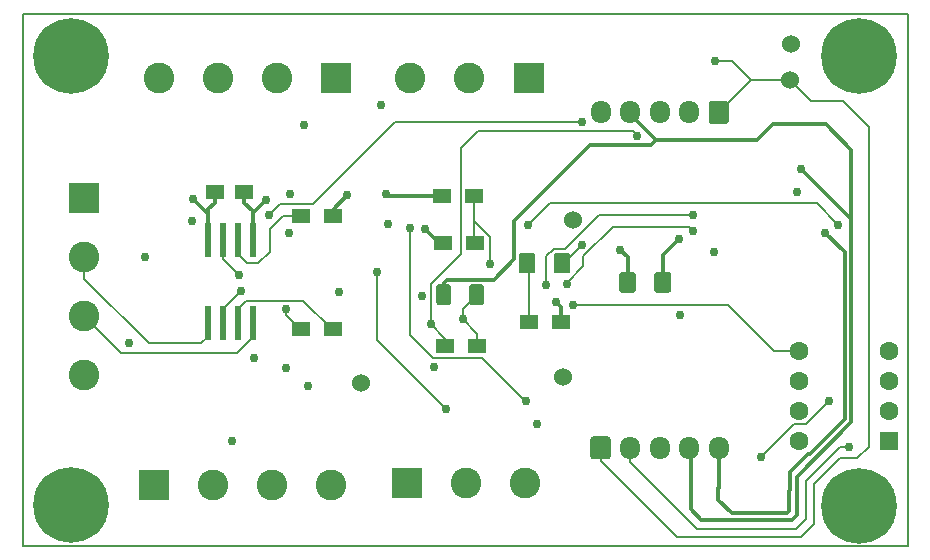
<source format=gtl>
G04 #@! TF.GenerationSoftware,KiCad,Pcbnew,(5.1.4)-1*
G04 #@! TF.CreationDate,2020-10-14T22:08:00-04:00*
G04 #@! TF.ProjectId,i2c_pancake,6932635f-7061-46e6-9361-6b652e6b6963,rev?*
G04 #@! TF.SameCoordinates,Original*
G04 #@! TF.FileFunction,Copper,L1,Top*
G04 #@! TF.FilePolarity,Positive*
%FSLAX46Y46*%
G04 Gerber Fmt 4.6, Leading zero omitted, Abs format (unit mm)*
G04 Created by KiCad (PCBNEW (5.1.4)-1) date 2020-10-14 22:08:00*
%MOMM*%
%LPD*%
G04 APERTURE LIST*
%ADD10C,0.150000*%
%ADD11C,6.400000*%
%ADD12C,2.600000*%
%ADD13R,2.600000X2.600000*%
%ADD14C,1.524000*%
%ADD15C,0.100000*%
%ADD16C,1.250000*%
%ADD17C,1.425000*%
%ADD18R,1.500000X1.250000*%
%ADD19R,1.500000X1.300000*%
%ADD20R,1.600000X1.600000*%
%ADD21C,1.600000*%
%ADD22R,0.600000X3.000000*%
%ADD23O,1.700000X1.950000*%
%ADD24C,1.700000*%
%ADD25C,0.762000*%
%ADD26C,0.304800*%
%ADD27C,0.203200*%
G04 APERTURE END LIST*
D10*
X89662000Y-134239000D02*
X164554000Y-134239000D01*
X89662000Y-89253000D02*
X164554000Y-89253000D01*
X164554000Y-89253000D02*
X164554000Y-134239000D01*
X89662000Y-89253000D02*
X89662000Y-134239000D01*
D11*
X160454000Y-130853000D03*
X160454000Y-92753000D03*
X93754000Y-92753000D03*
X93754000Y-130753000D03*
D12*
X122461000Y-94615000D03*
X127461000Y-94615000D03*
D13*
X132461000Y-94615000D03*
D12*
X132154000Y-128953000D03*
X127154000Y-128953000D03*
D13*
X122154000Y-128953000D03*
D14*
X154609800Y-94821000D03*
X154686000Y-91744800D03*
D15*
G36*
X125669304Y-112105404D02*
G01*
X125693573Y-112109004D01*
X125717371Y-112114965D01*
X125740471Y-112123230D01*
X125762649Y-112133720D01*
X125783693Y-112146333D01*
X125803398Y-112160947D01*
X125821577Y-112177423D01*
X125838053Y-112195602D01*
X125852667Y-112215307D01*
X125865280Y-112236351D01*
X125875770Y-112258529D01*
X125884035Y-112281629D01*
X125889996Y-112305427D01*
X125893596Y-112329696D01*
X125894800Y-112354200D01*
X125894800Y-113604200D01*
X125893596Y-113628704D01*
X125889996Y-113652973D01*
X125884035Y-113676771D01*
X125875770Y-113699871D01*
X125865280Y-113722049D01*
X125852667Y-113743093D01*
X125838053Y-113762798D01*
X125821577Y-113780977D01*
X125803398Y-113797453D01*
X125783693Y-113812067D01*
X125762649Y-113824680D01*
X125740471Y-113835170D01*
X125717371Y-113843435D01*
X125693573Y-113849396D01*
X125669304Y-113852996D01*
X125644800Y-113854200D01*
X124894800Y-113854200D01*
X124870296Y-113852996D01*
X124846027Y-113849396D01*
X124822229Y-113843435D01*
X124799129Y-113835170D01*
X124776951Y-113824680D01*
X124755907Y-113812067D01*
X124736202Y-113797453D01*
X124718023Y-113780977D01*
X124701547Y-113762798D01*
X124686933Y-113743093D01*
X124674320Y-113722049D01*
X124663830Y-113699871D01*
X124655565Y-113676771D01*
X124649604Y-113652973D01*
X124646004Y-113628704D01*
X124644800Y-113604200D01*
X124644800Y-112354200D01*
X124646004Y-112329696D01*
X124649604Y-112305427D01*
X124655565Y-112281629D01*
X124663830Y-112258529D01*
X124674320Y-112236351D01*
X124686933Y-112215307D01*
X124701547Y-112195602D01*
X124718023Y-112177423D01*
X124736202Y-112160947D01*
X124755907Y-112146333D01*
X124776951Y-112133720D01*
X124799129Y-112123230D01*
X124822229Y-112114965D01*
X124846027Y-112109004D01*
X124870296Y-112105404D01*
X124894800Y-112104200D01*
X125644800Y-112104200D01*
X125669304Y-112105404D01*
X125669304Y-112105404D01*
G37*
D16*
X125269800Y-112979200D03*
D15*
G36*
X128469304Y-112105404D02*
G01*
X128493573Y-112109004D01*
X128517371Y-112114965D01*
X128540471Y-112123230D01*
X128562649Y-112133720D01*
X128583693Y-112146333D01*
X128603398Y-112160947D01*
X128621577Y-112177423D01*
X128638053Y-112195602D01*
X128652667Y-112215307D01*
X128665280Y-112236351D01*
X128675770Y-112258529D01*
X128684035Y-112281629D01*
X128689996Y-112305427D01*
X128693596Y-112329696D01*
X128694800Y-112354200D01*
X128694800Y-113604200D01*
X128693596Y-113628704D01*
X128689996Y-113652973D01*
X128684035Y-113676771D01*
X128675770Y-113699871D01*
X128665280Y-113722049D01*
X128652667Y-113743093D01*
X128638053Y-113762798D01*
X128621577Y-113780977D01*
X128603398Y-113797453D01*
X128583693Y-113812067D01*
X128562649Y-113824680D01*
X128540471Y-113835170D01*
X128517371Y-113843435D01*
X128493573Y-113849396D01*
X128469304Y-113852996D01*
X128444800Y-113854200D01*
X127694800Y-113854200D01*
X127670296Y-113852996D01*
X127646027Y-113849396D01*
X127622229Y-113843435D01*
X127599129Y-113835170D01*
X127576951Y-113824680D01*
X127555907Y-113812067D01*
X127536202Y-113797453D01*
X127518023Y-113780977D01*
X127501547Y-113762798D01*
X127486933Y-113743093D01*
X127474320Y-113722049D01*
X127463830Y-113699871D01*
X127455565Y-113676771D01*
X127449604Y-113652973D01*
X127446004Y-113628704D01*
X127444800Y-113604200D01*
X127444800Y-112354200D01*
X127446004Y-112329696D01*
X127449604Y-112305427D01*
X127455565Y-112281629D01*
X127463830Y-112258529D01*
X127474320Y-112236351D01*
X127486933Y-112215307D01*
X127501547Y-112195602D01*
X127518023Y-112177423D01*
X127536202Y-112160947D01*
X127555907Y-112146333D01*
X127576951Y-112133720D01*
X127599129Y-112123230D01*
X127622229Y-112114965D01*
X127646027Y-112109004D01*
X127670296Y-112105404D01*
X127694800Y-112104200D01*
X128444800Y-112104200D01*
X128469304Y-112105404D01*
X128469304Y-112105404D01*
G37*
D16*
X128069800Y-112979200D03*
D15*
G36*
X144301804Y-111064004D02*
G01*
X144326073Y-111067604D01*
X144349871Y-111073565D01*
X144372971Y-111081830D01*
X144395149Y-111092320D01*
X144416193Y-111104933D01*
X144435898Y-111119547D01*
X144454077Y-111136023D01*
X144470553Y-111154202D01*
X144485167Y-111173907D01*
X144497780Y-111194951D01*
X144508270Y-111217129D01*
X144516535Y-111240229D01*
X144522496Y-111264027D01*
X144526096Y-111288296D01*
X144527300Y-111312800D01*
X144527300Y-112562800D01*
X144526096Y-112587304D01*
X144522496Y-112611573D01*
X144516535Y-112635371D01*
X144508270Y-112658471D01*
X144497780Y-112680649D01*
X144485167Y-112701693D01*
X144470553Y-112721398D01*
X144454077Y-112739577D01*
X144435898Y-112756053D01*
X144416193Y-112770667D01*
X144395149Y-112783280D01*
X144372971Y-112793770D01*
X144349871Y-112802035D01*
X144326073Y-112807996D01*
X144301804Y-112811596D01*
X144277300Y-112812800D01*
X143352300Y-112812800D01*
X143327796Y-112811596D01*
X143303527Y-112807996D01*
X143279729Y-112802035D01*
X143256629Y-112793770D01*
X143234451Y-112783280D01*
X143213407Y-112770667D01*
X143193702Y-112756053D01*
X143175523Y-112739577D01*
X143159047Y-112721398D01*
X143144433Y-112701693D01*
X143131820Y-112680649D01*
X143121330Y-112658471D01*
X143113065Y-112635371D01*
X143107104Y-112611573D01*
X143103504Y-112587304D01*
X143102300Y-112562800D01*
X143102300Y-111312800D01*
X143103504Y-111288296D01*
X143107104Y-111264027D01*
X143113065Y-111240229D01*
X143121330Y-111217129D01*
X143131820Y-111194951D01*
X143144433Y-111173907D01*
X143159047Y-111154202D01*
X143175523Y-111136023D01*
X143193702Y-111119547D01*
X143213407Y-111104933D01*
X143234451Y-111092320D01*
X143256629Y-111081830D01*
X143279729Y-111073565D01*
X143303527Y-111067604D01*
X143327796Y-111064004D01*
X143352300Y-111062800D01*
X144277300Y-111062800D01*
X144301804Y-111064004D01*
X144301804Y-111064004D01*
G37*
D17*
X143814800Y-111937800D03*
D15*
G36*
X141326804Y-111064004D02*
G01*
X141351073Y-111067604D01*
X141374871Y-111073565D01*
X141397971Y-111081830D01*
X141420149Y-111092320D01*
X141441193Y-111104933D01*
X141460898Y-111119547D01*
X141479077Y-111136023D01*
X141495553Y-111154202D01*
X141510167Y-111173907D01*
X141522780Y-111194951D01*
X141533270Y-111217129D01*
X141541535Y-111240229D01*
X141547496Y-111264027D01*
X141551096Y-111288296D01*
X141552300Y-111312800D01*
X141552300Y-112562800D01*
X141551096Y-112587304D01*
X141547496Y-112611573D01*
X141541535Y-112635371D01*
X141533270Y-112658471D01*
X141522780Y-112680649D01*
X141510167Y-112701693D01*
X141495553Y-112721398D01*
X141479077Y-112739577D01*
X141460898Y-112756053D01*
X141441193Y-112770667D01*
X141420149Y-112783280D01*
X141397971Y-112793770D01*
X141374871Y-112802035D01*
X141351073Y-112807996D01*
X141326804Y-112811596D01*
X141302300Y-112812800D01*
X140377300Y-112812800D01*
X140352796Y-112811596D01*
X140328527Y-112807996D01*
X140304729Y-112802035D01*
X140281629Y-112793770D01*
X140259451Y-112783280D01*
X140238407Y-112770667D01*
X140218702Y-112756053D01*
X140200523Y-112739577D01*
X140184047Y-112721398D01*
X140169433Y-112701693D01*
X140156820Y-112680649D01*
X140146330Y-112658471D01*
X140138065Y-112635371D01*
X140132104Y-112611573D01*
X140128504Y-112587304D01*
X140127300Y-112562800D01*
X140127300Y-111312800D01*
X140128504Y-111288296D01*
X140132104Y-111264027D01*
X140138065Y-111240229D01*
X140146330Y-111217129D01*
X140156820Y-111194951D01*
X140169433Y-111173907D01*
X140184047Y-111154202D01*
X140200523Y-111136023D01*
X140218702Y-111119547D01*
X140238407Y-111104933D01*
X140259451Y-111092320D01*
X140281629Y-111081830D01*
X140304729Y-111073565D01*
X140328527Y-111067604D01*
X140352796Y-111064004D01*
X140377300Y-111062800D01*
X141302300Y-111062800D01*
X141326804Y-111064004D01*
X141326804Y-111064004D01*
G37*
D17*
X140839800Y-111937800D03*
D18*
X105873800Y-104255600D03*
X108373800Y-104255600D03*
D19*
X127943600Y-108585000D03*
X125243600Y-108585000D03*
X125138200Y-104622600D03*
X127838200Y-104622600D03*
X113200200Y-115925600D03*
X115900200Y-115925600D03*
X113200200Y-106324400D03*
X115900200Y-106324400D03*
X125409600Y-117311200D03*
X128109600Y-117311200D03*
X135221600Y-115330000D03*
X132521600Y-115330000D03*
D20*
X162954000Y-125353000D03*
D21*
X162954000Y-122813000D03*
X162954000Y-120273000D03*
X162954000Y-117733000D03*
X155334000Y-117733000D03*
X155334000Y-120273000D03*
X155334000Y-122813000D03*
X155334000Y-125353000D03*
D22*
X105300400Y-108350200D03*
X106570400Y-108350200D03*
X107840400Y-108350200D03*
X109110400Y-108350200D03*
X109110400Y-115350200D03*
X107840400Y-115350200D03*
X106570400Y-115350200D03*
X105300400Y-115350200D03*
D15*
G36*
X135784804Y-109427004D02*
G01*
X135809073Y-109430604D01*
X135832871Y-109436565D01*
X135855971Y-109444830D01*
X135878149Y-109455320D01*
X135899193Y-109467933D01*
X135918898Y-109482547D01*
X135937077Y-109499023D01*
X135953553Y-109517202D01*
X135968167Y-109536907D01*
X135980780Y-109557951D01*
X135991270Y-109580129D01*
X135999535Y-109603229D01*
X136005496Y-109627027D01*
X136009096Y-109651296D01*
X136010300Y-109675800D01*
X136010300Y-110925800D01*
X136009096Y-110950304D01*
X136005496Y-110974573D01*
X135999535Y-110998371D01*
X135991270Y-111021471D01*
X135980780Y-111043649D01*
X135968167Y-111064693D01*
X135953553Y-111084398D01*
X135937077Y-111102577D01*
X135918898Y-111119053D01*
X135899193Y-111133667D01*
X135878149Y-111146280D01*
X135855971Y-111156770D01*
X135832871Y-111165035D01*
X135809073Y-111170996D01*
X135784804Y-111174596D01*
X135760300Y-111175800D01*
X134835300Y-111175800D01*
X134810796Y-111174596D01*
X134786527Y-111170996D01*
X134762729Y-111165035D01*
X134739629Y-111156770D01*
X134717451Y-111146280D01*
X134696407Y-111133667D01*
X134676702Y-111119053D01*
X134658523Y-111102577D01*
X134642047Y-111084398D01*
X134627433Y-111064693D01*
X134614820Y-111043649D01*
X134604330Y-111021471D01*
X134596065Y-110998371D01*
X134590104Y-110974573D01*
X134586504Y-110950304D01*
X134585300Y-110925800D01*
X134585300Y-109675800D01*
X134586504Y-109651296D01*
X134590104Y-109627027D01*
X134596065Y-109603229D01*
X134604330Y-109580129D01*
X134614820Y-109557951D01*
X134627433Y-109536907D01*
X134642047Y-109517202D01*
X134658523Y-109499023D01*
X134676702Y-109482547D01*
X134696407Y-109467933D01*
X134717451Y-109455320D01*
X134739629Y-109444830D01*
X134762729Y-109436565D01*
X134786527Y-109430604D01*
X134810796Y-109427004D01*
X134835300Y-109425800D01*
X135760300Y-109425800D01*
X135784804Y-109427004D01*
X135784804Y-109427004D01*
G37*
D17*
X135297800Y-110300800D03*
D15*
G36*
X132809804Y-109427004D02*
G01*
X132834073Y-109430604D01*
X132857871Y-109436565D01*
X132880971Y-109444830D01*
X132903149Y-109455320D01*
X132924193Y-109467933D01*
X132943898Y-109482547D01*
X132962077Y-109499023D01*
X132978553Y-109517202D01*
X132993167Y-109536907D01*
X133005780Y-109557951D01*
X133016270Y-109580129D01*
X133024535Y-109603229D01*
X133030496Y-109627027D01*
X133034096Y-109651296D01*
X133035300Y-109675800D01*
X133035300Y-110925800D01*
X133034096Y-110950304D01*
X133030496Y-110974573D01*
X133024535Y-110998371D01*
X133016270Y-111021471D01*
X133005780Y-111043649D01*
X132993167Y-111064693D01*
X132978553Y-111084398D01*
X132962077Y-111102577D01*
X132943898Y-111119053D01*
X132924193Y-111133667D01*
X132903149Y-111146280D01*
X132880971Y-111156770D01*
X132857871Y-111165035D01*
X132834073Y-111170996D01*
X132809804Y-111174596D01*
X132785300Y-111175800D01*
X131860300Y-111175800D01*
X131835796Y-111174596D01*
X131811527Y-111170996D01*
X131787729Y-111165035D01*
X131764629Y-111156770D01*
X131742451Y-111146280D01*
X131721407Y-111133667D01*
X131701702Y-111119053D01*
X131683523Y-111102577D01*
X131667047Y-111084398D01*
X131652433Y-111064693D01*
X131639820Y-111043649D01*
X131629330Y-111021471D01*
X131621065Y-110998371D01*
X131615104Y-110974573D01*
X131611504Y-110950304D01*
X131610300Y-110925800D01*
X131610300Y-109675800D01*
X131611504Y-109651296D01*
X131615104Y-109627027D01*
X131621065Y-109603229D01*
X131629330Y-109580129D01*
X131639820Y-109557951D01*
X131652433Y-109536907D01*
X131667047Y-109517202D01*
X131683523Y-109499023D01*
X131701702Y-109482547D01*
X131721407Y-109467933D01*
X131742451Y-109455320D01*
X131764629Y-109444830D01*
X131787729Y-109436565D01*
X131811527Y-109430604D01*
X131835796Y-109427004D01*
X131860300Y-109425800D01*
X132785300Y-109425800D01*
X132809804Y-109427004D01*
X132809804Y-109427004D01*
G37*
D17*
X132322800Y-110300800D03*
D12*
X115754000Y-129053000D03*
X110754000Y-129053000D03*
X105754000Y-129053000D03*
D13*
X100754000Y-129053000D03*
D23*
X138554000Y-97553000D03*
X141054000Y-97553000D03*
X143554000Y-97553000D03*
X146054000Y-97553000D03*
D15*
G36*
X149178504Y-96579204D02*
G01*
X149202773Y-96582804D01*
X149226571Y-96588765D01*
X149249671Y-96597030D01*
X149271849Y-96607520D01*
X149292893Y-96620133D01*
X149312598Y-96634747D01*
X149330777Y-96651223D01*
X149347253Y-96669402D01*
X149361867Y-96689107D01*
X149374480Y-96710151D01*
X149384970Y-96732329D01*
X149393235Y-96755429D01*
X149399196Y-96779227D01*
X149402796Y-96803496D01*
X149404000Y-96828000D01*
X149404000Y-98278000D01*
X149402796Y-98302504D01*
X149399196Y-98326773D01*
X149393235Y-98350571D01*
X149384970Y-98373671D01*
X149374480Y-98395849D01*
X149361867Y-98416893D01*
X149347253Y-98436598D01*
X149330777Y-98454777D01*
X149312598Y-98471253D01*
X149292893Y-98485867D01*
X149271849Y-98498480D01*
X149249671Y-98508970D01*
X149226571Y-98517235D01*
X149202773Y-98523196D01*
X149178504Y-98526796D01*
X149154000Y-98528000D01*
X147954000Y-98528000D01*
X147929496Y-98526796D01*
X147905227Y-98523196D01*
X147881429Y-98517235D01*
X147858329Y-98508970D01*
X147836151Y-98498480D01*
X147815107Y-98485867D01*
X147795402Y-98471253D01*
X147777223Y-98454777D01*
X147760747Y-98436598D01*
X147746133Y-98416893D01*
X147733520Y-98395849D01*
X147723030Y-98373671D01*
X147714765Y-98350571D01*
X147708804Y-98326773D01*
X147705204Y-98302504D01*
X147704000Y-98278000D01*
X147704000Y-96828000D01*
X147705204Y-96803496D01*
X147708804Y-96779227D01*
X147714765Y-96755429D01*
X147723030Y-96732329D01*
X147733520Y-96710151D01*
X147746133Y-96689107D01*
X147760747Y-96669402D01*
X147777223Y-96651223D01*
X147795402Y-96634747D01*
X147815107Y-96620133D01*
X147836151Y-96607520D01*
X147858329Y-96597030D01*
X147881429Y-96588765D01*
X147905227Y-96582804D01*
X147929496Y-96579204D01*
X147954000Y-96578000D01*
X149154000Y-96578000D01*
X149178504Y-96579204D01*
X149178504Y-96579204D01*
G37*
D24*
X148554000Y-97553000D03*
D12*
X94854000Y-119753000D03*
X94854000Y-114753000D03*
X94854000Y-109753000D03*
D13*
X94854000Y-104753000D03*
D12*
X101154000Y-94653000D03*
X106154000Y-94653000D03*
X111154000Y-94653000D03*
D13*
X116154000Y-94653000D03*
D23*
X148554000Y-125953000D03*
X146054000Y-125953000D03*
X143554000Y-125953000D03*
X141054000Y-125953000D03*
D15*
G36*
X139178504Y-124979204D02*
G01*
X139202773Y-124982804D01*
X139226571Y-124988765D01*
X139249671Y-124997030D01*
X139271849Y-125007520D01*
X139292893Y-125020133D01*
X139312598Y-125034747D01*
X139330777Y-125051223D01*
X139347253Y-125069402D01*
X139361867Y-125089107D01*
X139374480Y-125110151D01*
X139384970Y-125132329D01*
X139393235Y-125155429D01*
X139399196Y-125179227D01*
X139402796Y-125203496D01*
X139404000Y-125228000D01*
X139404000Y-126678000D01*
X139402796Y-126702504D01*
X139399196Y-126726773D01*
X139393235Y-126750571D01*
X139384970Y-126773671D01*
X139374480Y-126795849D01*
X139361867Y-126816893D01*
X139347253Y-126836598D01*
X139330777Y-126854777D01*
X139312598Y-126871253D01*
X139292893Y-126885867D01*
X139271849Y-126898480D01*
X139249671Y-126908970D01*
X139226571Y-126917235D01*
X139202773Y-126923196D01*
X139178504Y-126926796D01*
X139154000Y-126928000D01*
X137954000Y-126928000D01*
X137929496Y-126926796D01*
X137905227Y-126923196D01*
X137881429Y-126917235D01*
X137858329Y-126908970D01*
X137836151Y-126898480D01*
X137815107Y-126885867D01*
X137795402Y-126871253D01*
X137777223Y-126854777D01*
X137760747Y-126836598D01*
X137746133Y-126816893D01*
X137733520Y-126795849D01*
X137723030Y-126773671D01*
X137714765Y-126750571D01*
X137708804Y-126726773D01*
X137705204Y-126702504D01*
X137704000Y-126678000D01*
X137704000Y-125228000D01*
X137705204Y-125203496D01*
X137708804Y-125179227D01*
X137714765Y-125155429D01*
X137723030Y-125132329D01*
X137733520Y-125110151D01*
X137746133Y-125089107D01*
X137760747Y-125069402D01*
X137777223Y-125051223D01*
X137795402Y-125034747D01*
X137815107Y-125020133D01*
X137836151Y-125007520D01*
X137858329Y-124997030D01*
X137881429Y-124988765D01*
X137905227Y-124982804D01*
X137929496Y-124979204D01*
X137954000Y-124978000D01*
X139154000Y-124978000D01*
X139178504Y-124979204D01*
X139178504Y-124979204D01*
G37*
D24*
X138554000Y-125953000D03*
D14*
X136245600Y-106629200D03*
X135382000Y-119989600D03*
X118237000Y-120472200D03*
D25*
X124485400Y-119100600D03*
X133146800Y-123926600D03*
X113792000Y-120751600D03*
X98628200Y-117043200D03*
X119938800Y-96926400D03*
X155219400Y-104266999D03*
X134797800Y-113588800D03*
X99949000Y-109753400D03*
X103936800Y-106756200D03*
X123444000Y-113106200D03*
X109245400Y-118313200D03*
X111937800Y-119151400D03*
X113461800Y-98602800D03*
X117119400Y-104571800D03*
X112166400Y-107746800D03*
X120523000Y-107035600D03*
X120396000Y-104444800D03*
X116382800Y-112750600D03*
X145288000Y-114706400D03*
X110210600Y-104927400D03*
X107365800Y-125349000D03*
X123723400Y-107442000D03*
X148132800Y-109397800D03*
X112293400Y-104470200D03*
X104038400Y-104908599D03*
X125476000Y-122656600D03*
X119659400Y-111099600D03*
X132207155Y-121996189D03*
X122428000Y-107340400D03*
X136956800Y-98399601D03*
X110483867Y-106258994D03*
X140208000Y-109169200D03*
X155549600Y-102311200D03*
X137007600Y-108737400D03*
X157595206Y-107731477D03*
X145161000Y-108305600D03*
X132410200Y-107086400D03*
X158673800Y-107061000D03*
X159588200Y-125857000D03*
X148209000Y-93218000D03*
X146405600Y-107594400D03*
X135686800Y-112090200D03*
X146380200Y-106248199D03*
X133934200Y-112166400D03*
X124180600Y-115468400D03*
X141681200Y-99517200D03*
X129209800Y-110363000D03*
X136245600Y-113868200D03*
X111887000Y-114231199D03*
X108102400Y-112699800D03*
X152146000Y-126746000D03*
X157911800Y-122021600D03*
X126873476Y-115061524D03*
X107950000Y-111353600D03*
D26*
X135221600Y-115330000D02*
X135221600Y-114012600D01*
X135221600Y-114012600D02*
X134797800Y-113588800D01*
X109110400Y-105922000D02*
X109110400Y-108350200D01*
X108373800Y-105185400D02*
X109110400Y-105922000D01*
X108373800Y-104255600D02*
X108373800Y-105185400D01*
X115900200Y-106324400D02*
X115900200Y-105791000D01*
X115900200Y-105791000D02*
X117119400Y-104571800D01*
X125138200Y-104622600D02*
X120573800Y-104622600D01*
X120573800Y-104622600D02*
X120396000Y-104444800D01*
X109110400Y-108350200D02*
X109110400Y-106027600D01*
X109110400Y-106027600D02*
X110210600Y-104927400D01*
X125243600Y-108585000D02*
X124866400Y-108585000D01*
X124866400Y-108585000D02*
X123723400Y-107442000D01*
X105300400Y-105758800D02*
X105300400Y-108350200D01*
X105873800Y-105185400D02*
X105300400Y-105758800D01*
X105873800Y-104255600D02*
X105873800Y-105185400D01*
X105300400Y-108350200D02*
X105300400Y-106170599D01*
X105300400Y-106170599D02*
X104038400Y-104908599D01*
D27*
X125476000Y-122656600D02*
X119659400Y-116840000D01*
X119659400Y-116840000D02*
X119659400Y-111099600D01*
X122428000Y-116369682D02*
X124375119Y-118316801D01*
X122428000Y-107340400D02*
X122428000Y-116369682D01*
X124375119Y-118316801D02*
X128496767Y-118316801D01*
X128496767Y-118316801D02*
X132176155Y-121996189D01*
X132176155Y-121996189D02*
X132207155Y-121996189D01*
X111424062Y-105318799D02*
X110483867Y-106258994D01*
X114234681Y-105318799D02*
X111424062Y-105318799D01*
X136956800Y-98399601D02*
X121153879Y-98399601D01*
X121153879Y-98399601D02*
X114234681Y-105318799D01*
D26*
X140839800Y-111937800D02*
X140839800Y-109801000D01*
X140839800Y-109801000D02*
X140208000Y-109169200D01*
X146054000Y-126078000D02*
X146177000Y-126201000D01*
X146054000Y-125953000D02*
X146054000Y-126078000D01*
X146177000Y-131114800D02*
X147091380Y-132029180D01*
X146177000Y-126201000D02*
X146177000Y-131114800D01*
X154787620Y-132029180D02*
X155168590Y-131648210D01*
X147091380Y-132029180D02*
X154787620Y-132029180D01*
X155168590Y-128416754D02*
X159791380Y-123793964D01*
X155168590Y-131648210D02*
X155168590Y-128416754D01*
X159791380Y-100710980D02*
X157607000Y-98526600D01*
X141054000Y-97678000D02*
X141054000Y-97553000D01*
X143275620Y-99899620D02*
X141054000Y-97678000D01*
X151774424Y-99899620D02*
X143275620Y-99899620D01*
X153147444Y-98526600D02*
X151774424Y-99899620D01*
X157607000Y-98526600D02*
X153147444Y-98526600D01*
X159791380Y-106552980D02*
X155549600Y-102311200D01*
X159791380Y-107772220D02*
X159791380Y-106552980D01*
X159791380Y-107772220D02*
X159791380Y-100710980D01*
X159791380Y-123793964D02*
X159791380Y-107772220D01*
X137650725Y-100304601D02*
X142870639Y-100304601D01*
X125269800Y-112979200D02*
X125269800Y-112004200D01*
X125269800Y-112004200D02*
X125576210Y-111697790D01*
X125576210Y-111697790D02*
X129500610Y-111697790D01*
X142870639Y-100304601D02*
X143275620Y-99899620D01*
X129500610Y-111697790D02*
X131203890Y-109994510D01*
X131203890Y-109994510D02*
X131203890Y-106751436D01*
X131203890Y-106751436D02*
X137650725Y-100304601D01*
D27*
X135444200Y-110300800D02*
X135297800Y-110300800D01*
X137007600Y-108737400D02*
X135444200Y-110300800D01*
X132521600Y-110499600D02*
X132322800Y-110300800D01*
X132521600Y-115330000D02*
X132521600Y-110499600D01*
D26*
X148554000Y-127232800D02*
X148564600Y-127243400D01*
X156133800Y-126492000D02*
X156286200Y-126492000D01*
X154609780Y-128016020D02*
X156133800Y-126492000D01*
X156286200Y-126492000D02*
X159232570Y-123545630D01*
X154508200Y-129616200D02*
X154609780Y-129514620D01*
X154508200Y-131292600D02*
X154508200Y-129616200D01*
X154609780Y-129514620D02*
X154609780Y-128016020D01*
X149682170Y-131470370D02*
X154330430Y-131470370D01*
X154330430Y-131470370D02*
X154508200Y-131292600D01*
X148539200Y-129362200D02*
X148539200Y-130327400D01*
X148539200Y-130327400D02*
X149682170Y-131470370D01*
X148564600Y-127243400D02*
X148564600Y-129336800D01*
X148564600Y-129336800D02*
X148539200Y-129362200D01*
X148554000Y-125953000D02*
X148554000Y-127232800D01*
X159232570Y-123545630D02*
X159232570Y-109368841D01*
X159232570Y-109368841D02*
X157595206Y-107731477D01*
X143814800Y-111937800D02*
X143814800Y-109651800D01*
X143814800Y-109651800D02*
X145161000Y-108305600D01*
D27*
X156870399Y-105257599D02*
X158673800Y-107061000D01*
X132410200Y-107086400D02*
X134239001Y-105257599D01*
X134239001Y-105257599D02*
X156870399Y-105257599D01*
X141054000Y-127131200D02*
X141054000Y-125953000D01*
X146713990Y-132791190D02*
X141054000Y-127131200D01*
X155103254Y-132791190D02*
X146713990Y-132791190D01*
X155930600Y-131963844D02*
X155103254Y-132791190D01*
X155930600Y-128732388D02*
X155930600Y-131963844D01*
X158805988Y-125857000D02*
X155930600Y-128732388D01*
X159588200Y-125857000D02*
X158805988Y-125857000D01*
X156351401Y-96562601D02*
X154609800Y-94821000D01*
X152140990Y-133527800D02*
X152166390Y-133502400D01*
X152166390Y-133502400D02*
X155524200Y-133502400D01*
X152132718Y-133527800D02*
X152140990Y-133527800D01*
X152107318Y-133502400D02*
X152132718Y-133527800D01*
X145028400Y-133502400D02*
X152107318Y-133502400D01*
X138554000Y-127028000D02*
X145028400Y-133502400D01*
X138554000Y-125953000D02*
X138554000Y-127028000D01*
X155524200Y-133502400D02*
X156644399Y-132382201D01*
X156644399Y-129024391D02*
X158821190Y-126847600D01*
X156644399Y-132382201D02*
X156644399Y-129024391D01*
X158821190Y-126847600D02*
X160299400Y-126847600D01*
X161264600Y-98755200D02*
X159072001Y-96562601D01*
X159072001Y-96562601D02*
X156351401Y-96562601D01*
X160299400Y-126847600D02*
X161264600Y-125882400D01*
X161264600Y-125882400D02*
X161264600Y-98755200D01*
X151286000Y-94821000D02*
X148554000Y-97553000D01*
X154609800Y-94821000D02*
X151286000Y-94821000D01*
X148209000Y-93218000D02*
X149683000Y-93218000D01*
X149683000Y-93218000D02*
X151286000Y-94821000D01*
X146024601Y-107213401D02*
X139621769Y-107213401D01*
X146405600Y-107594400D02*
X146024601Y-107213401D01*
X139621769Y-107213401D02*
X137109200Y-109725970D01*
X137109200Y-109725970D02*
X137109200Y-110591600D01*
X137109200Y-110591600D02*
X135686800Y-112014000D01*
X135686800Y-112014000D02*
X135686800Y-112090200D01*
X133934200Y-109720436D02*
X133934200Y-112166400D01*
X134584446Y-109070190D02*
X133934200Y-109720436D01*
X135584640Y-109070190D02*
X134584446Y-109070190D01*
X146380200Y-106248199D02*
X138406631Y-106248199D01*
X138406631Y-106248199D02*
X135584640Y-109070190D01*
X125409600Y-116697400D02*
X125409600Y-117311200D01*
X124180600Y-115468400D02*
X125409600Y-116697400D01*
X141300201Y-99136201D02*
X128168399Y-99136201D01*
X141681200Y-99517200D02*
X141300201Y-99136201D01*
X126732599Y-100572001D02*
X126732599Y-109563601D01*
X128168399Y-99136201D02*
X126732599Y-100572001D01*
X124180600Y-112115600D02*
X124180600Y-115468400D01*
X126732599Y-109563601D02*
X124180600Y-112115600D01*
X127838200Y-108479600D02*
X127943600Y-108585000D01*
X129209800Y-108127800D02*
X127838200Y-106756200D01*
X129209800Y-110363000D02*
X129209800Y-108127800D01*
X127838200Y-104622600D02*
X127838200Y-106756200D01*
X127838200Y-106756200D02*
X127838200Y-108479600D01*
X136245600Y-113868200D02*
X149352000Y-113868200D01*
X153216800Y-117733000D02*
X155334000Y-117733000D01*
X149352000Y-113868200D02*
X153216800Y-117733000D01*
X109110400Y-116550200D02*
X109110400Y-115350200D01*
X107779200Y-117881400D02*
X109110400Y-116550200D01*
X97982400Y-117881400D02*
X107779200Y-117881400D01*
X94854000Y-114753000D02*
X97982400Y-117881400D01*
X105300400Y-116550200D02*
X105300400Y-115350200D01*
X104756600Y-117094000D02*
X105300400Y-116550200D01*
X100330000Y-117094000D02*
X104756600Y-117094000D01*
X94854000Y-111618000D02*
X100330000Y-117094000D01*
X94854000Y-109753000D02*
X94854000Y-111618000D01*
X111887000Y-114712400D02*
X111887000Y-114231199D01*
X113200200Y-115925600D02*
X113100200Y-115925600D01*
X113100200Y-115925600D02*
X111887000Y-114712400D01*
X106570400Y-114231800D02*
X106570400Y-115350200D01*
X108102400Y-112699800D02*
X106570400Y-114231800D01*
X155964799Y-123968601D02*
X157911800Y-122021600D01*
X152146000Y-126746000D02*
X154923399Y-123968601D01*
X154923399Y-123968601D02*
X155964799Y-123968601D01*
X128069800Y-112979200D02*
X126873476Y-114175524D01*
X126873476Y-114175524D02*
X126873476Y-115061524D01*
X128109600Y-116297648D02*
X126873476Y-115061524D01*
X128109600Y-117311200D02*
X128109600Y-116297648D01*
X106570400Y-109974000D02*
X106570400Y-108350200D01*
X107950000Y-111353600D02*
X106570400Y-109974000D01*
X107840400Y-114150200D02*
X107840400Y-115350200D01*
X108496001Y-113494599D02*
X107840400Y-114150200D01*
X113369199Y-113494599D02*
X108496001Y-113494599D01*
X115800200Y-115925600D02*
X113369199Y-113494599D01*
X115900200Y-115925600D02*
X115800200Y-115925600D01*
X107840400Y-109550200D02*
X108602400Y-110312200D01*
X107840400Y-108350200D02*
X107840400Y-109550200D01*
X109588482Y-110312200D02*
X110540800Y-109359882D01*
X108602400Y-110312200D02*
X109588482Y-110312200D01*
X110540800Y-109359882D02*
X110540800Y-107442000D01*
X111658400Y-106324400D02*
X113200200Y-106324400D01*
X110540800Y-107442000D02*
X111658400Y-106324400D01*
M02*

</source>
